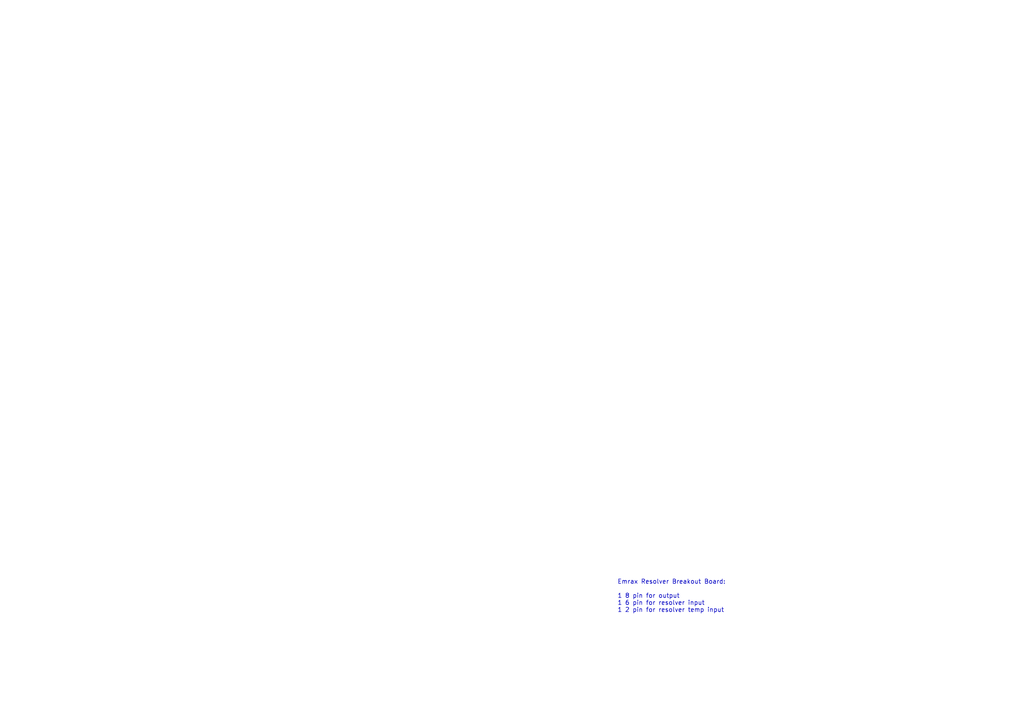
<source format=kicad_sch>
(kicad_sch (version 20211123) (generator eeschema)
  (paper "A4")
  (lib_symbols)
  (text "Emrax Resolver Breakout Board: \n\n1 8 pin for output\n1 6 pin for resolver input\n1 2 pin for resolver temp input" (at 179.07 177.8 0) (effects (font (size 1.27 1.27)) (justify left bottom)))
)
</source>
